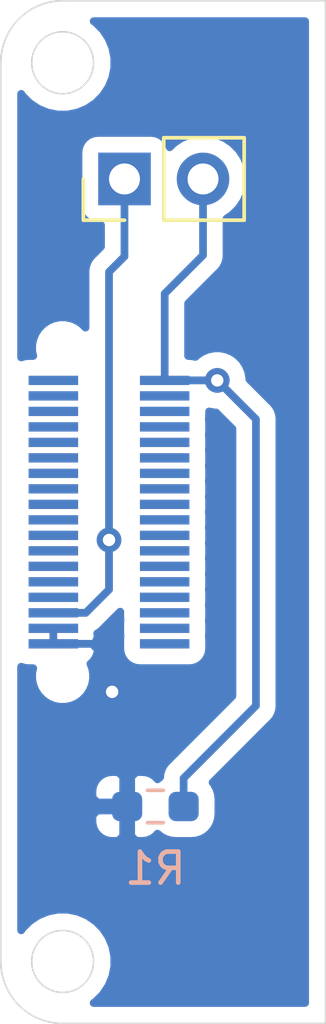
<source format=kicad_pcb>
(kicad_pcb (version 20171130) (host pcbnew "(5.1.10)-1")

  (general
    (thickness 1.6)
    (drawings 16)
    (tracks 27)
    (zones 0)
    (modules 4)
    (nets 68)
  )

  (page A4)
  (title_block
    (title "Movuino Shield Pressure")
    (date 2021-09-23)
    (rev 1.0)
    (company CRI)
    (comment 1 "Adrien Husson")
  )

  (layers
    (0 F.Cu signal hide)
    (31 B.Cu signal)
    (32 B.Adhes user hide)
    (33 F.Adhes user hide)
    (34 B.Paste user)
    (35 F.Paste user hide)
    (36 B.SilkS user)
    (37 F.SilkS user hide)
    (38 B.Mask user)
    (39 F.Mask user hide)
    (40 Dwgs.User user hide)
    (41 Cmts.User user hide)
    (42 Eco1.User user hide)
    (43 Eco2.User user hide)
    (44 Edge.Cuts user)
    (45 Margin user hide)
    (46 B.CrtYd user)
    (47 F.CrtYd user hide)
    (48 B.Fab user)
    (49 F.Fab user hide)
  )

  (setup
    (last_trace_width 0.25)
    (trace_clearance 0.2)
    (zone_clearance 0.508)
    (zone_45_only no)
    (trace_min 0.2)
    (via_size 0.8)
    (via_drill 0.4)
    (via_min_size 0.4)
    (via_min_drill 0.3)
    (uvia_size 0.3)
    (uvia_drill 0.1)
    (uvias_allowed no)
    (uvia_min_size 0.2)
    (uvia_min_drill 0.1)
    (edge_width 0.05)
    (segment_width 0.2)
    (pcb_text_width 0.3)
    (pcb_text_size 1.5 1.5)
    (mod_edge_width 0.12)
    (mod_text_size 1 1)
    (mod_text_width 0.15)
    (pad_size 0.3 1.6)
    (pad_drill 0)
    (pad_to_mask_clearance 0)
    (aux_axis_origin 0 0)
    (visible_elements 7FFFFFFF)
    (pcbplotparams
      (layerselection 0x010fc_ffffffff)
      (usegerberextensions false)
      (usegerberattributes true)
      (usegerberadvancedattributes true)
      (creategerberjobfile true)
      (excludeedgelayer true)
      (linewidth 0.100000)
      (plotframeref false)
      (viasonmask false)
      (mode 1)
      (useauxorigin false)
      (hpglpennumber 1)
      (hpglpenspeed 20)
      (hpglpendiameter 15.000000)
      (psnegative false)
      (psa4output false)
      (plotreference true)
      (plotvalue true)
      (plotinvisibletext false)
      (padsonsilk false)
      (subtractmaskfromsilk false)
      (outputformat 1)
      (mirror false)
      (drillshape 1)
      (scaleselection 1)
      (outputdirectory ""))
  )

  (net 0 "")
  (net 1 /ADC)
  (net 2 VCC)
  (net 3 GND)
  (net 4 "Net-(J3-Pad35)")
  (net 5 "Net-(J3-Pad2)")
  (net 6 "Net-(J3-Pad33)")
  (net 7 "Net-(J3-Pad31)")
  (net 8 "Net-(J3-Pad30)")
  (net 9 "Net-(J3-Pad29)")
  (net 10 "Net-(J3-Pad28)")
  (net 11 "Net-(J3-Pad27)")
  (net 12 "Net-(J3-Pad26)")
  (net 13 "Net-(J3-Pad25)")
  (net 14 "Net-(J3-Pad24)")
  (net 15 "Net-(J3-Pad23)")
  (net 16 "Net-(J3-Pad22)")
  (net 17 "Net-(J3-Pad21)")
  (net 18 "Net-(J3-Pad20)")
  (net 19 "Net-(J3-Pad19)")
  (net 20 "Net-(J3-Pad18)")
  (net 21 "Net-(J3-Pad17)")
  (net 22 "Net-(J3-Pad16)")
  (net 23 "Net-(J3-Pad15)")
  (net 24 "Net-(J3-Pad14)")
  (net 25 "Net-(J3-Pad13)")
  (net 26 "Net-(J3-Pad12)")
  (net 27 "Net-(J3-Pad11)")
  (net 28 "Net-(J3-Pad10)")
  (net 29 "Net-(J3-Pad9)")
  (net 30 "Net-(J3-Pad8)")
  (net 31 "Net-(J3-Pad7)")
  (net 32 "Net-(J3-Pad6)")
  (net 33 "Net-(J3-Pad5)")
  (net 34 "Net-(J3-Pad4)")
  (net 35 "Net-(J3-Pad3)")
  (net 36 "Net-(J1-Pad30)")
  (net 37 "Net-(J1-Pad29)")
  (net 38 "Net-(J1-Pad28)")
  (net 39 "Net-(J1-Pad27)")
  (net 40 "Net-(J1-Pad26)")
  (net 41 "Net-(J1-Pad25)")
  (net 42 "Net-(J1-Pad24)")
  (net 43 "Net-(J1-Pad23)")
  (net 44 "Net-(J1-Pad22)")
  (net 45 "Net-(J1-Pad21)")
  (net 46 "Net-(J1-Pad20)")
  (net 47 "Net-(J1-Pad19)")
  (net 48 "Net-(J1-Pad18)")
  (net 49 "Net-(J1-Pad17)")
  (net 50 "Net-(J1-Pad16)")
  (net 51 "Net-(J1-Pad15)")
  (net 52 "Net-(J1-Pad14)")
  (net 53 "Net-(J1-Pad13)")
  (net 54 "Net-(J1-Pad12)")
  (net 55 "Net-(J1-Pad11)")
  (net 56 "Net-(J1-Pad10)")
  (net 57 "Net-(J1-Pad9)")
  (net 58 "Net-(J1-Pad8)")
  (net 59 "Net-(J1-Pad7)")
  (net 60 "Net-(J1-Pad6)")
  (net 61 "Net-(J1-Pad5)")
  (net 62 "Net-(J1-Pad4)")
  (net 63 "Net-(J1-Pad3)")
  (net 64 "Net-(J1-Pad1)")
  (net 65 "Net-(J1-Pad36)")
  (net 66 "Net-(J1-Pad34)")
  (net 67 "Net-(J1-Pad32)")

  (net_class Default "This is the default net class."
    (clearance 0.2)
    (trace_width 0.25)
    (via_dia 0.8)
    (via_drill 0.4)
    (uvia_dia 0.3)
    (uvia_drill 0.1)
    (add_net /ADC)
    (add_net GND)
    (add_net "Net-(J1-Pad1)")
    (add_net "Net-(J1-Pad10)")
    (add_net "Net-(J1-Pad11)")
    (add_net "Net-(J1-Pad12)")
    (add_net "Net-(J1-Pad13)")
    (add_net "Net-(J1-Pad14)")
    (add_net "Net-(J1-Pad15)")
    (add_net "Net-(J1-Pad16)")
    (add_net "Net-(J1-Pad17)")
    (add_net "Net-(J1-Pad18)")
    (add_net "Net-(J1-Pad19)")
    (add_net "Net-(J1-Pad20)")
    (add_net "Net-(J1-Pad21)")
    (add_net "Net-(J1-Pad22)")
    (add_net "Net-(J1-Pad23)")
    (add_net "Net-(J1-Pad24)")
    (add_net "Net-(J1-Pad25)")
    (add_net "Net-(J1-Pad26)")
    (add_net "Net-(J1-Pad27)")
    (add_net "Net-(J1-Pad28)")
    (add_net "Net-(J1-Pad29)")
    (add_net "Net-(J1-Pad3)")
    (add_net "Net-(J1-Pad30)")
    (add_net "Net-(J1-Pad32)")
    (add_net "Net-(J1-Pad34)")
    (add_net "Net-(J1-Pad36)")
    (add_net "Net-(J1-Pad4)")
    (add_net "Net-(J1-Pad5)")
    (add_net "Net-(J1-Pad6)")
    (add_net "Net-(J1-Pad7)")
    (add_net "Net-(J1-Pad8)")
    (add_net "Net-(J1-Pad9)")
    (add_net "Net-(J3-Pad10)")
    (add_net "Net-(J3-Pad11)")
    (add_net "Net-(J3-Pad12)")
    (add_net "Net-(J3-Pad13)")
    (add_net "Net-(J3-Pad14)")
    (add_net "Net-(J3-Pad15)")
    (add_net "Net-(J3-Pad16)")
    (add_net "Net-(J3-Pad17)")
    (add_net "Net-(J3-Pad18)")
    (add_net "Net-(J3-Pad19)")
    (add_net "Net-(J3-Pad2)")
    (add_net "Net-(J3-Pad20)")
    (add_net "Net-(J3-Pad21)")
    (add_net "Net-(J3-Pad22)")
    (add_net "Net-(J3-Pad23)")
    (add_net "Net-(J3-Pad24)")
    (add_net "Net-(J3-Pad25)")
    (add_net "Net-(J3-Pad26)")
    (add_net "Net-(J3-Pad27)")
    (add_net "Net-(J3-Pad28)")
    (add_net "Net-(J3-Pad29)")
    (add_net "Net-(J3-Pad3)")
    (add_net "Net-(J3-Pad30)")
    (add_net "Net-(J3-Pad31)")
    (add_net "Net-(J3-Pad33)")
    (add_net "Net-(J3-Pad35)")
    (add_net "Net-(J3-Pad4)")
    (add_net "Net-(J3-Pad5)")
    (add_net "Net-(J3-Pad6)")
    (add_net "Net-(J3-Pad7)")
    (add_net "Net-(J3-Pad8)")
    (add_net "Net-(J3-Pad9)")
    (add_net VCC)
  )

  (module Resistor_SMD:R_0603_1608Metric_Pad0.98x0.95mm_HandSolder (layer B.Cu) (tedit 5F68FEEE) (tstamp 615F1B55)
    (at 105 56 180)
    (descr "Resistor SMD 0603 (1608 Metric), square (rectangular) end terminal, IPC_7351 nominal with elongated pad for handsoldering. (Body size source: IPC-SM-782 page 72, https://www.pcb-3d.com/wordpress/wp-content/uploads/ipc-sm-782a_amendment_1_and_2.pdf), generated with kicad-footprint-generator")
    (tags "resistor handsolder")
    (path /614C81DE)
    (attr smd)
    (fp_text reference R1 (at 0 -2) (layer B.SilkS)
      (effects (font (size 1 1) (thickness 0.15)) (justify mirror))
    )
    (fp_text value "330 Ohm" (at -0.25 1.75) (layer B.Fab)
      (effects (font (size 1 1) (thickness 0.15)) (justify mirror))
    )
    (fp_line (start -0.8 -0.4125) (end -0.8 0.4125) (layer B.Fab) (width 0.1))
    (fp_line (start -0.8 0.4125) (end 0.8 0.4125) (layer B.Fab) (width 0.1))
    (fp_line (start 0.8 0.4125) (end 0.8 -0.4125) (layer B.Fab) (width 0.1))
    (fp_line (start 0.8 -0.4125) (end -0.8 -0.4125) (layer B.Fab) (width 0.1))
    (fp_line (start -0.254724 0.5225) (end 0.254724 0.5225) (layer B.SilkS) (width 0.12))
    (fp_line (start -0.254724 -0.5225) (end 0.254724 -0.5225) (layer B.SilkS) (width 0.12))
    (fp_line (start -1.65 -0.73) (end -1.65 0.73) (layer B.CrtYd) (width 0.05))
    (fp_line (start -1.65 0.73) (end 1.65 0.73) (layer B.CrtYd) (width 0.05))
    (fp_line (start 1.65 0.73) (end 1.65 -0.73) (layer B.CrtYd) (width 0.05))
    (fp_line (start 1.65 -0.73) (end -1.65 -0.73) (layer B.CrtYd) (width 0.05))
    (fp_text user %R (at 0 0 180) (layer B.Fab)
      (effects (font (size 0.4 0.4) (thickness 0.06)) (justify mirror))
    )
    (pad 1 smd roundrect (at -0.9125 0 180) (size 0.975 0.95) (layers B.Cu B.Paste B.Mask) (roundrect_rratio 0.25)
      (net 1 /ADC))
    (pad 2 smd roundrect (at 0.9125 0 180) (size 0.975 0.95) (layers B.Cu B.Paste B.Mask) (roundrect_rratio 0.25)
      (net 3 GND))
    (model ${KISYS3DMOD}/Resistor_SMD.3dshapes/R_0603_1608Metric.wrl
      (at (xyz 0 0 0))
      (scale (xyz 1 1 1))
      (rotate (xyz 0 0 0))
    )
  )

  (module Connector_PinHeader_2.54mm:PinHeader_1x02_P2.54mm_Vertical (layer F.Cu) (tedit 59FED5CC) (tstamp 615F35B4)
    (at 104 35.75 90)
    (descr "Through hole straight pin header, 1x02, 2.54mm pitch, single row")
    (tags "Through hole pin header THT 1x02 2.54mm single row")
    (path /614CAC26)
    (fp_text reference J2 (at -4.25 -16 90) (layer F.SilkS) hide
      (effects (font (size 1 1) (thickness 0.15)))
    )
    (fp_text value Rext (at 2.75 1.5 180) (layer F.Fab)
      (effects (font (size 1 1) (thickness 0.15)))
    )
    (fp_line (start -0.635 -1.27) (end 1.27 -1.27) (layer F.Fab) (width 0.1))
    (fp_line (start 1.27 -1.27) (end 1.27 3.81) (layer F.Fab) (width 0.1))
    (fp_line (start 1.27 3.81) (end -1.27 3.81) (layer F.Fab) (width 0.1))
    (fp_line (start -1.27 3.81) (end -1.27 -0.635) (layer F.Fab) (width 0.1))
    (fp_line (start -1.27 -0.635) (end -0.635 -1.27) (layer F.Fab) (width 0.1))
    (fp_line (start -1.33 3.87) (end 1.33 3.87) (layer F.SilkS) (width 0.12))
    (fp_line (start -1.33 1.27) (end -1.33 3.87) (layer F.SilkS) (width 0.12))
    (fp_line (start 1.33 1.27) (end 1.33 3.87) (layer F.SilkS) (width 0.12))
    (fp_line (start -1.33 1.27) (end 1.33 1.27) (layer F.SilkS) (width 0.12))
    (fp_line (start -1.33 0) (end -1.33 -1.33) (layer F.SilkS) (width 0.12))
    (fp_line (start -1.33 -1.33) (end 0 -1.33) (layer F.SilkS) (width 0.12))
    (fp_line (start -1.8 -1.8) (end -1.8 4.35) (layer F.CrtYd) (width 0.05))
    (fp_line (start -1.8 4.35) (end 1.8 4.35) (layer F.CrtYd) (width 0.05))
    (fp_line (start 1.8 4.35) (end 1.8 -1.8) (layer F.CrtYd) (width 0.05))
    (fp_line (start 1.8 -1.8) (end -1.8 -1.8) (layer F.CrtYd) (width 0.05))
    (fp_text user %R (at -3.25 1.27) (layer F.Fab) hide
      (effects (font (size 1 1) (thickness 0.15)))
    )
    (pad 1 thru_hole rect (at 0 0 90) (size 1.7 1.7) (drill 1) (layers *.Cu *.Mask)
      (net 2 VCC))
    (pad 2 thru_hole oval (at 0 2.54 90) (size 1.7 1.7) (drill 1) (layers *.Cu *.Mask)
      (net 1 /ADC))
    (model ${KISYS3DMOD}/Connector_PinHeader_2.54mm.3dshapes/PinHeader_1x02_P2.54mm_Vertical.wrl
      (at (xyz 0 0 0))
      (scale (xyz 1 1 1))
      (rotate (xyz 0 0 0))
    )
  )

  (module MovuinoESP8266:DF12-36-DP-NL (layer B.Cu) (tedit 0) (tstamp 619EB42D)
    (at 103.5 46.5 270)
    (descr "Hirose DF12 Pattern with metal fitting, 32 positions")
    (path /615F0003)
    (fp_text reference J3 (at 0 0 90) (layer B.SilkS) hide
      (effects (font (size 0.60325 0.60325) (thickness 0.0508)) (justify right top mirror))
    )
    (fp_text value DF12-36NOLEGS-MALE (at 5.5 15.5 90) (layer B.SilkS) hide
      (effects (font (size 1.27 1.27) (thickness 0.15)) (justify right top mirror))
    )
    (fp_circle (center -5.9164 -2.413) (end -5.7894 -2.413) (layer B.Fab) (width 0.127))
    (fp_line (start 6.2319 -2.8037) (end -6.242 -2.791) (layer Dwgs.User) (width 0.2))
    (fp_line (start -6.242 -2.791) (end -6.242 2.7352) (layer Dwgs.User) (width 0.2))
    (fp_line (start -5.392 -1.4) (end -5.392 1.2845) (layer B.Fab) (width 0.2032))
    (fp_line (start 5.3488 1.2972) (end 5.3488 -1.3975) (layer B.Fab) (width 0.2032))
    (fp_line (start 6.2319 2.7225) (end 6.2319 -2.8037) (layer Dwgs.User) (width 0.2))
    (fp_line (start -6.242 2.7352) (end 6.2319 2.7225) (layer Dwgs.User) (width 0.2))
    (fp_poly (pts (xy -0.1463 1.1176) (xy -0.1463 2.3876) (xy -0.3495 2.3876) (xy -0.3495 1.1176)) (layer B.Fab) (width 0))
    (fp_poly (pts (xy -0.6467 -2.5019) (xy -0.6467 -1.2319) (xy -0.8499 -1.2319) (xy -0.8499 -2.5019)) (layer B.Fab) (width 0))
    (fp_poly (pts (xy -0.6492 1.1201) (xy -0.6492 2.3901) (xy -0.8524 2.3901) (xy -0.8524 1.1201)) (layer B.Fab) (width 0))
    (fp_poly (pts (xy 0.3515 1.1099) (xy 0.3515 2.3799) (xy 0.1483 2.3799) (xy 0.1483 1.1099)) (layer B.Fab) (width 0))
    (fp_poly (pts (xy 0.8519 1.1125) (xy 0.8519 2.3825) (xy 0.6487 2.3825) (xy 0.6487 1.1125)) (layer B.Fab) (width 0))
    (fp_poly (pts (xy 1.3497 1.1049) (xy 1.3497 2.3749) (xy 1.1465 2.3749) (xy 1.1465 1.1049)) (layer B.Fab) (width 0))
    (fp_poly (pts (xy 1.8526 1.1049) (xy 1.8526 2.3749) (xy 1.6494 2.3749) (xy 1.6494 1.1049)) (layer B.Fab) (width 0))
    (fp_poly (pts (xy 2.353 1.1049) (xy 2.353 2.3749) (xy 2.1498 2.3749) (xy 2.1498 1.1049)) (layer B.Fab) (width 0))
    (fp_poly (pts (xy 2.8508 1.1075) (xy 2.8508 2.3775) (xy 2.6476 2.3775) (xy 2.6476 1.1075)) (layer B.Fab) (width 0))
    (fp_poly (pts (xy 3.3538 1.1024) (xy 3.3538 2.3724) (xy 3.1506 2.3724) (xy 3.1506 1.1024)) (layer B.Fab) (width 0))
    (fp_poly (pts (xy 3.8541 1.1049) (xy 3.8541 2.3749) (xy 3.6509 2.3749) (xy 3.6509 1.1049)) (layer B.Fab) (width 0))
    (fp_poly (pts (xy -1.1445 1.1201) (xy -1.1445 2.3901) (xy -1.3477 2.3901) (xy -1.3477 1.1201)) (layer B.Fab) (width 0))
    (fp_poly (pts (xy -1.6449 1.1201) (xy -1.6449 2.3901) (xy -1.8481 2.3901) (xy -1.8481 1.1201)) (layer B.Fab) (width 0))
    (fp_poly (pts (xy -2.1478 1.1201) (xy -2.1478 2.3901) (xy -2.351 2.3901) (xy -2.351 1.1201)) (layer B.Fab) (width 0))
    (fp_poly (pts (xy -2.6482 1.1176) (xy -2.6482 2.3876) (xy -2.8514 2.3876) (xy -2.8514 1.1176)) (layer B.Fab) (width 0))
    (fp_poly (pts (xy -3.146 1.1201) (xy -3.146 2.3901) (xy -3.3492 2.3901) (xy -3.3492 1.1201)) (layer B.Fab) (width 0))
    (fp_poly (pts (xy -3.6489 1.1201) (xy -3.6489 2.3901) (xy -3.8521 2.3901) (xy -3.8521 1.1201)) (layer B.Fab) (width 0))
    (fp_poly (pts (xy -0.1438 -2.5019) (xy -0.1438 -1.2319) (xy -0.347 -1.2319) (xy -0.347 -2.5019)) (layer B.Fab) (width 0))
    (fp_poly (pts (xy 0.3515 -2.5044) (xy 0.3515 -1.2344) (xy 0.1483 -1.2344) (xy 0.1483 -2.5044)) (layer B.Fab) (width 0))
    (fp_poly (pts (xy 0.8544 -2.5044) (xy 0.8544 -1.2344) (xy 0.6512 -1.2344) (xy 0.6512 -2.5044)) (layer B.Fab) (width 0))
    (fp_poly (pts (xy 1.3522 -2.5094) (xy 1.3522 -1.2394) (xy 1.149 -1.2394) (xy 1.149 -2.5094)) (layer B.Fab) (width 0))
    (fp_poly (pts (xy 1.8526 -2.5094) (xy 1.8526 -1.2394) (xy 1.6494 -1.2394) (xy 1.6494 -2.5094)) (layer B.Fab) (width 0))
    (fp_poly (pts (xy 2.3556 -2.5069) (xy 2.3556 -1.2369) (xy 2.1524 -1.2369) (xy 2.1524 -2.5069)) (layer B.Fab) (width 0))
    (fp_poly (pts (xy 2.8559 -2.5069) (xy 2.8559 -1.2369) (xy 2.6527 -1.2369) (xy 2.6527 -2.5069)) (layer B.Fab) (width 0))
    (fp_poly (pts (xy 3.3563 -2.5069) (xy 3.3563 -1.2369) (xy 3.1531 -1.2369) (xy 3.1531 -2.5069)) (layer B.Fab) (width 0))
    (fp_poly (pts (xy 3.8567 -2.5094) (xy 3.8567 -1.2394) (xy 3.6535 -1.2394) (xy 3.6535 -2.5094)) (layer B.Fab) (width 0))
    (fp_poly (pts (xy -1.147 -2.4993) (xy -1.147 -1.2293) (xy -1.3502 -1.2293) (xy -1.3502 -2.4993)) (layer B.Fab) (width 0))
    (fp_poly (pts (xy -1.6474 -2.4993) (xy -1.6474 -1.2293) (xy -1.8506 -1.2293) (xy -1.8506 -2.4993)) (layer B.Fab) (width 0))
    (fp_poly (pts (xy -2.1453 -2.4993) (xy -2.1453 -1.2293) (xy -2.3485 -1.2293) (xy -2.3485 -2.4993)) (layer B.Fab) (width 0))
    (fp_poly (pts (xy -2.6431 -2.4993) (xy -2.6431 -1.2293) (xy -2.8463 -1.2293) (xy -2.8463 -2.4993)) (layer B.Fab) (width 0))
    (fp_poly (pts (xy -3.1486 -2.4993) (xy -3.1486 -1.2293) (xy -3.3518 -1.2293) (xy -3.3518 -2.4993)) (layer B.Fab) (width 0))
    (fp_poly (pts (xy -3.6489 -2.4993) (xy -3.6489 -1.2293) (xy -3.8521 -1.2293) (xy -3.8521 -2.4993)) (layer B.Fab) (width 0))
    (fp_poly (pts (xy -3.8622 -2.5034) (xy -3.6422 -2.5034) (xy -3.6422 -1.2034) (xy -3.8622 -1.2034)) (layer B.Paste) (width 0))
    (fp_poly (pts (xy -3.8622 1.2066) (xy -3.6422 1.2066) (xy -3.6422 2.5066) (xy -3.8622 2.5066)) (layer B.Paste) (width 0))
    (fp_poly (pts (xy -3.3622 1.2066) (xy -3.1422 1.2066) (xy -3.1422 2.5066) (xy -3.3622 2.5066)) (layer B.Paste) (width 0))
    (fp_poly (pts (xy -2.8622 1.2066) (xy -2.6422 1.2066) (xy -2.6422 2.5066) (xy -2.8622 2.5066)) (layer B.Paste) (width 0))
    (fp_poly (pts (xy -2.3622 1.2066) (xy -2.1422 1.2066) (xy -2.1422 2.5066) (xy -2.3622 2.5066)) (layer B.Paste) (width 0))
    (fp_poly (pts (xy -1.8622 1.2066) (xy -1.6422 1.2066) (xy -1.6422 2.5066) (xy -1.8622 2.5066)) (layer B.Paste) (width 0))
    (fp_poly (pts (xy -1.3622 1.2066) (xy -1.1422 1.2066) (xy -1.1422 2.5066) (xy -1.3622 2.5066)) (layer B.Paste) (width 0))
    (fp_poly (pts (xy -0.8622 1.2066) (xy -0.6422 1.2066) (xy -0.6422 2.5066) (xy -0.8622 2.5066)) (layer B.Paste) (width 0))
    (fp_poly (pts (xy -0.3622 1.2066) (xy -0.1422 1.2066) (xy -0.1422 2.5066) (xy -0.3622 2.5066)) (layer B.Paste) (width 0))
    (fp_poly (pts (xy 0.1378 1.2066) (xy 0.3578 1.2066) (xy 0.3578 2.5066) (xy 0.1378 2.5066)) (layer B.Paste) (width 0))
    (fp_poly (pts (xy 0.6378 1.2066) (xy 0.8578 1.2066) (xy 0.8578 2.5066) (xy 0.6378 2.5066)) (layer B.Paste) (width 0))
    (fp_poly (pts (xy 1.1378 1.2066) (xy 1.3578 1.2066) (xy 1.3578 2.5066) (xy 1.1378 2.5066)) (layer B.Paste) (width 0))
    (fp_poly (pts (xy 1.6378 1.2066) (xy 1.8578 1.2066) (xy 1.8578 2.5066) (xy 1.6378 2.5066)) (layer B.Paste) (width 0))
    (fp_poly (pts (xy 2.1378 1.2066) (xy 2.3578 1.2066) (xy 2.3578 2.5066) (xy 2.1378 2.5066)) (layer B.Paste) (width 0))
    (fp_poly (pts (xy 2.6378 1.2066) (xy 2.8578 1.2066) (xy 2.8578 2.5066) (xy 2.6378 2.5066)) (layer B.Paste) (width 0))
    (fp_poly (pts (xy 3.1478 1.2066) (xy 3.3678 1.2066) (xy 3.3678 2.5066) (xy 3.1478 2.5066)) (layer B.Paste) (width 0))
    (fp_poly (pts (xy 3.6378 1.2066) (xy 3.8578 1.2066) (xy 3.8578 2.5066) (xy 3.6378 2.5066)) (layer B.Paste) (width 0))
    (fp_poly (pts (xy -3.3622 -2.5034) (xy -3.1422 -2.5034) (xy -3.1422 -1.2034) (xy -3.3622 -1.2034)) (layer B.Paste) (width 0))
    (fp_poly (pts (xy -2.8622 -2.5034) (xy -2.6422 -2.5034) (xy -2.6422 -1.2034) (xy -2.8622 -1.2034)) (layer B.Paste) (width 0))
    (fp_poly (pts (xy -2.3622 -2.5034) (xy -2.1422 -2.5034) (xy -2.1422 -1.2034) (xy -2.3622 -1.2034)) (layer B.Paste) (width 0))
    (fp_poly (pts (xy -1.8622 -2.5034) (xy -1.6422 -2.5034) (xy -1.6422 -1.2034) (xy -1.8622 -1.2034)) (layer B.Paste) (width 0))
    (fp_poly (pts (xy -1.3622 -2.5034) (xy -1.1422 -2.5034) (xy -1.1422 -1.2034) (xy -1.3622 -1.2034)) (layer B.Paste) (width 0))
    (fp_poly (pts (xy -0.8622 -2.5034) (xy -0.6422 -2.5034) (xy -0.6422 -1.2034) (xy -0.8622 -1.2034)) (layer B.Paste) (width 0))
    (fp_poly (pts (xy -0.3622 -2.5034) (xy -0.1422 -2.5034) (xy -0.1422 -1.2034) (xy -0.3622 -1.2034)) (layer B.Paste) (width 0))
    (fp_poly (pts (xy 0.1378 -2.5034) (xy 0.3578 -2.5034) (xy 0.3578 -1.2034) (xy 0.1378 -1.2034)) (layer B.Paste) (width 0))
    (fp_poly (pts (xy 0.6478 -2.5034) (xy 0.8678 -2.5034) (xy 0.8678 -1.2034) (xy 0.6478 -1.2034)) (layer B.Paste) (width 0))
    (fp_poly (pts (xy 1.1378 -2.5034) (xy 1.3578 -2.5034) (xy 1.3578 -1.2034) (xy 1.1378 -1.2034)) (layer B.Paste) (width 0))
    (fp_poly (pts (xy 1.6378 -2.5034) (xy 1.8578 -2.5034) (xy 1.8578 -1.2034) (xy 1.6378 -1.2034)) (layer B.Paste) (width 0))
    (fp_poly (pts (xy 2.1378 -2.5034) (xy 2.3578 -2.5034) (xy 2.3578 -1.2034) (xy 2.1378 -1.2034)) (layer B.Paste) (width 0))
    (fp_poly (pts (xy 2.6378 -2.5034) (xy 2.8578 -2.5034) (xy 2.8578 -1.2034) (xy 2.6378 -1.2034)) (layer B.Paste) (width 0))
    (fp_poly (pts (xy 3.1378 -2.5034) (xy 3.3578 -2.5034) (xy 3.3578 -1.2034) (xy 3.1378 -1.2034)) (layer B.Paste) (width 0))
    (fp_poly (pts (xy 3.6378 -2.5034) (xy 3.8578 -2.5034) (xy 3.8578 -1.2034) (xy 3.6378 -1.2034)) (layer B.Paste) (width 0))
    (fp_poly (pts (xy 4.3541 1.1049) (xy 4.3541 2.3749) (xy 4.1509 2.3749) (xy 4.1509 1.1049)) (layer B.Fab) (width 0))
    (fp_poly (pts (xy 4.1378 1.2066) (xy 4.3578 1.2066) (xy 4.3578 2.5066) (xy 4.1378 2.5066)) (layer B.Paste) (width 0))
    (fp_poly (pts (xy 4.3567 -2.5094) (xy 4.3567 -1.2394) (xy 4.1535 -1.2394) (xy 4.1535 -2.5094)) (layer B.Fab) (width 0))
    (fp_poly (pts (xy 4.1378 -2.5034) (xy 4.3578 -2.5034) (xy 4.3578 -1.2034) (xy 4.1378 -1.2034)) (layer B.Paste) (width 0))
    (fp_poly (pts (xy -4.1489 1.1201) (xy -4.1489 2.3901) (xy -4.3521 2.3901) (xy -4.3521 1.1201)) (layer B.Fab) (width 0))
    (fp_poly (pts (xy -4.3622 1.2066) (xy -4.1422 1.2066) (xy -4.1422 2.5066) (xy -4.3622 2.5066)) (layer B.Paste) (width 0))
    (fp_poly (pts (xy -4.1489 -2.4993) (xy -4.1489 -1.2293) (xy -4.3521 -1.2293) (xy -4.3521 -2.4993)) (layer B.Fab) (width 0))
    (fp_poly (pts (xy -4.3622 -2.5034) (xy -4.1422 -2.5034) (xy -4.1422 -1.2034) (xy -4.3622 -1.2034)) (layer B.Paste) (width 0))
    (fp_line (start -4.7 1.308) (end -5.3845 1.308) (layer B.Fab) (width 0.2032))
    (fp_line (start 5.3 1.308) (end 4.6155 1.308) (layer B.Fab) (width 0.2032))
    (fp_line (start -4.7 -1.4) (end -5.3845 -1.4) (layer B.Fab) (width 0.2032))
    (fp_line (start 5.3 -1.392) (end 4.6155 -1.392) (layer B.Fab) (width 0.2032))
    (pad "" np_thru_hole circle (at 5.3 1.5 270) (size 0.7 0.7) (drill 0.7) (layers *.Cu *.Mask))
    (pad "" np_thru_hole circle (at -5.3 1.5 270) (size 0.7 0.7) (drill 0.7) (layers *.Cu *.Mask))
    (pad 35 smd rect (at 4.25 -1.8001 270) (size 0.3 1.6) (layers B.Cu B.Mask)
      (net 4 "Net-(J3-Pad35)") (solder_mask_margin 0.1016))
    (pad 1 smd rect (at -4.25 -1.8001 270) (size 0.3 1.6) (layers B.Cu B.Mask)
      (net 1 /ADC) (solder_mask_margin 0.1016))
    (pad 2 smd rect (at -4.25 1.8001 270) (size 0.3 1.6) (layers B.Cu B.Mask)
      (net 5 "Net-(J3-Pad2)") (solder_mask_margin 0.1016))
    (pad 36 smd rect (at 4.25 1.8001 270) (size 0.3 1.6) (layers B.Cu B.Mask)
      (net 3 GND) (solder_mask_margin 0.1016))
    (pad 34 smd rect (at 3.75 1.8001 270) (size 0.3 1.6) (layers B.Cu B.Mask)
      (net 3 GND) (solder_mask_margin 0.1016))
    (pad 33 smd rect (at 3.75 -1.8001 270) (size 0.3 1.6) (layers B.Cu B.Mask)
      (net 6 "Net-(J3-Pad33)") (solder_mask_margin 0.1016))
    (pad 32 smd rect (at 3.25 1.8001 270) (size 0.3 1.6) (layers B.Cu B.Mask)
      (net 2 VCC) (solder_mask_margin 0.1016))
    (pad 31 smd rect (at 3.25 -1.8001 270) (size 0.3 1.6) (layers B.Cu B.Mask)
      (net 7 "Net-(J3-Pad31)") (solder_mask_margin 0.1016))
    (pad 30 smd rect (at 2.75 1.8001 270) (size 0.3 1.6) (layers B.Cu B.Mask)
      (net 8 "Net-(J3-Pad30)") (solder_mask_margin 0.1016))
    (pad 29 smd rect (at 2.75 -1.8001 270) (size 0.3 1.6) (layers B.Cu B.Mask)
      (net 9 "Net-(J3-Pad29)") (solder_mask_margin 0.1016))
    (pad 28 smd rect (at 2.25 1.8001 270) (size 0.3 1.6) (layers B.Cu B.Mask)
      (net 10 "Net-(J3-Pad28)") (solder_mask_margin 0.1016))
    (pad 27 smd rect (at 2.25 -1.8001 270) (size 0.3 1.6) (layers B.Cu B.Mask)
      (net 11 "Net-(J3-Pad27)") (solder_mask_margin 0.1016))
    (pad 26 smd rect (at 1.75 1.8001 270) (size 0.3 1.6) (layers B.Cu B.Mask)
      (net 12 "Net-(J3-Pad26)") (solder_mask_margin 0.1016))
    (pad 25 smd rect (at 1.75 -1.8001 270) (size 0.3 1.6) (layers B.Cu B.Mask)
      (net 13 "Net-(J3-Pad25)") (solder_mask_margin 0.1016))
    (pad 24 smd rect (at 1.25 1.8001 270) (size 0.3 1.6) (layers B.Cu B.Mask)
      (net 14 "Net-(J3-Pad24)") (solder_mask_margin 0.1016))
    (pad 23 smd rect (at 1.25 -1.8001 270) (size 0.3 1.6) (layers B.Cu B.Mask)
      (net 15 "Net-(J3-Pad23)") (solder_mask_margin 0.1016))
    (pad 22 smd rect (at 0.75 1.8001 270) (size 0.3 1.6) (layers B.Cu B.Mask)
      (net 16 "Net-(J3-Pad22)") (solder_mask_margin 0.1016))
    (pad 21 smd rect (at 0.75 -1.8001 270) (size 0.3 1.6) (layers B.Cu B.Mask)
      (net 17 "Net-(J3-Pad21)") (solder_mask_margin 0.1016))
    (pad 20 smd rect (at 0.25 1.8001 270) (size 0.3 1.6) (layers B.Cu B.Mask)
      (net 18 "Net-(J3-Pad20)") (solder_mask_margin 0.1016))
    (pad 19 smd rect (at 0.25 -1.8001 270) (size 0.3 1.6) (layers B.Cu B.Mask)
      (net 19 "Net-(J3-Pad19)") (solder_mask_margin 0.1016))
    (pad 18 smd rect (at -0.25 1.8001 270) (size 0.3 1.6) (layers B.Cu B.Mask)
      (net 20 "Net-(J3-Pad18)") (solder_mask_margin 0.1016))
    (pad 17 smd rect (at -0.25 -1.8001 270) (size 0.3 1.6) (layers B.Cu B.Mask)
      (net 21 "Net-(J3-Pad17)") (solder_mask_margin 0.1016))
    (pad 16 smd rect (at -0.75 1.8001 270) (size 0.3 1.6) (layers B.Cu B.Mask)
      (net 22 "Net-(J3-Pad16)") (solder_mask_margin 0.1016))
    (pad 15 smd rect (at -0.75 -1.8001 270) (size 0.3 1.6) (layers B.Cu B.Mask)
      (net 23 "Net-(J3-Pad15)") (solder_mask_margin 0.1016))
    (pad 14 smd rect (at -1.25 1.8001 270) (size 0.3 1.6) (layers B.Cu B.Mask)
      (net 24 "Net-(J3-Pad14)") (solder_mask_margin 0.1016))
    (pad 13 smd rect (at -1.25 -1.8001 270) (size 0.3 1.6) (layers B.Cu B.Mask)
      (net 25 "Net-(J3-Pad13)") (solder_mask_margin 0.1016))
    (pad 12 smd rect (at -1.75 1.8001 270) (size 0.3 1.6) (layers B.Cu B.Mask)
      (net 26 "Net-(J3-Pad12)") (solder_mask_margin 0.1016))
    (pad 11 smd rect (at -1.75 -1.8001 270) (size 0.3 1.6) (layers B.Cu B.Mask)
      (net 27 "Net-(J3-Pad11)") (solder_mask_margin 0.1016))
    (pad 10 smd rect (at -2.25 1.8001 270) (size 0.3 1.6) (layers B.Cu B.Mask)
      (net 28 "Net-(J3-Pad10)") (solder_mask_margin 0.1016))
    (pad 9 smd rect (at -2.25 -1.8001 270) (size 0.3 1.6) (layers B.Cu B.Mask)
      (net 29 "Net-(J3-Pad9)") (solder_mask_margin 0.1016))
    (pad 8 smd rect (at -2.75 1.8001 270) (size 0.3 1.6) (layers B.Cu B.Mask)
      (net 30 "Net-(J3-Pad8)") (solder_mask_margin 0.1016))
    (pad 7 smd rect (at -2.75 -1.8001 270) (size 0.3 1.6) (layers B.Cu B.Mask)
      (net 31 "Net-(J3-Pad7)") (solder_mask_margin 0.1016))
    (pad 6 smd rect (at -3.25 1.8001 270) (size 0.3 1.6) (layers B.Cu B.Mask)
      (net 32 "Net-(J3-Pad6)") (solder_mask_margin 0.1016))
    (pad 5 smd rect (at -3.25 -1.8001 270) (size 0.3 1.6) (layers B.Cu B.Mask)
      (net 33 "Net-(J3-Pad5)") (solder_mask_margin 0.1016))
    (pad 4 smd rect (at -3.75 1.8001 270) (size 0.3 1.6) (layers B.Cu B.Mask)
      (net 34 "Net-(J3-Pad4)") (solder_mask_margin 0.1016))
    (pad 3 smd rect (at -3.75 -1.8001 270) (size 0.3 1.6) (layers B.Cu B.Mask)
      (net 35 "Net-(J3-Pad3)") (solder_mask_margin 0.1016))
  )

  (module MovuinoESP8266:DF12-36-DP-NL-noPad (layer F.Cu) (tedit 619E8F55) (tstamp 619F1406)
    (at 103.5 46.5 270)
    (descr "Hirose DF12 Pattern with metal fitting, 32 positions")
    (path /61A045A3)
    (fp_text reference J1 (at 0 0 90) (layer F.SilkS) hide
      (effects (font (size 0.60325 0.60325) (thickness 0.0508)) (justify left top))
    )
    (fp_text value DF12-36NOLEGS-FEMALE (at 9.5 19.5 90) (layer F.SilkS) hide
      (effects (font (size 1.27 1.27) (thickness 0.15)) (justify left top))
    )
    (fp_circle (center -5.9164 2.413) (end -5.7894 2.413) (layer F.Fab) (width 0.127))
    (fp_line (start 6.2319 2.8037) (end -6.242 2.791) (layer Dwgs.User) (width 0.2))
    (fp_line (start -6.242 2.791) (end -6.242 -2.7352) (layer Dwgs.User) (width 0.2))
    (fp_line (start -5.392 1.4) (end -5.392 -1.2845) (layer F.Fab) (width 0.2032))
    (fp_line (start 5.3488 -1.2972) (end 5.3488 1.3975) (layer F.Fab) (width 0.2032))
    (fp_line (start 6.2319 -2.7225) (end 6.2319 2.8037) (layer Dwgs.User) (width 0.2))
    (fp_line (start -6.242 -2.7352) (end 6.2319 -2.7225) (layer Dwgs.User) (width 0.2))
    (fp_poly (pts (xy -0.1463 -1.1176) (xy -0.1463 -2.3876) (xy -0.3495 -2.3876) (xy -0.3495 -1.1176)) (layer F.Fab) (width 0))
    (fp_poly (pts (xy -0.6467 2.5019) (xy -0.6467 1.2319) (xy -0.8499 1.2319) (xy -0.8499 2.5019)) (layer F.Fab) (width 0))
    (fp_poly (pts (xy -0.6492 -1.1201) (xy -0.6492 -2.3901) (xy -0.8524 -2.3901) (xy -0.8524 -1.1201)) (layer F.Fab) (width 0))
    (fp_poly (pts (xy 0.3515 -1.1099) (xy 0.3515 -2.3799) (xy 0.1483 -2.3799) (xy 0.1483 -1.1099)) (layer F.Fab) (width 0))
    (fp_poly (pts (xy 0.8519 -1.1125) (xy 0.8519 -2.3825) (xy 0.6487 -2.3825) (xy 0.6487 -1.1125)) (layer F.Fab) (width 0))
    (fp_poly (pts (xy 1.3497 -1.1049) (xy 1.3497 -2.3749) (xy 1.1465 -2.3749) (xy 1.1465 -1.1049)) (layer F.Fab) (width 0))
    (fp_poly (pts (xy 1.8526 -1.1049) (xy 1.8526 -2.3749) (xy 1.6494 -2.3749) (xy 1.6494 -1.1049)) (layer F.Fab) (width 0))
    (fp_poly (pts (xy 2.353 -1.1049) (xy 2.353 -2.3749) (xy 2.1498 -2.3749) (xy 2.1498 -1.1049)) (layer F.Fab) (width 0))
    (fp_poly (pts (xy 2.8508 -1.1075) (xy 2.8508 -2.3775) (xy 2.6476 -2.3775) (xy 2.6476 -1.1075)) (layer F.Fab) (width 0))
    (fp_poly (pts (xy 3.3538 -1.1024) (xy 3.3538 -2.3724) (xy 3.1506 -2.3724) (xy 3.1506 -1.1024)) (layer F.Fab) (width 0))
    (fp_poly (pts (xy 3.8541 -1.1049) (xy 3.8541 -2.3749) (xy 3.6509 -2.3749) (xy 3.6509 -1.1049)) (layer F.Fab) (width 0))
    (fp_poly (pts (xy -1.1445 -1.1201) (xy -1.1445 -2.3901) (xy -1.3477 -2.3901) (xy -1.3477 -1.1201)) (layer F.Fab) (width 0))
    (fp_poly (pts (xy -1.6449 -1.1201) (xy -1.6449 -2.3901) (xy -1.8481 -2.3901) (xy -1.8481 -1.1201)) (layer F.Fab) (width 0))
    (fp_poly (pts (xy -2.1478 -1.1201) (xy -2.1478 -2.3901) (xy -2.351 -2.3901) (xy -2.351 -1.1201)) (layer F.Fab) (width 0))
    (fp_poly (pts (xy -2.6482 -1.1176) (xy -2.6482 -2.3876) (xy -2.8514 -2.3876) (xy -2.8514 -1.1176)) (layer F.Fab) (width 0))
    (fp_poly (pts (xy -3.146 -1.1201) (xy -3.146 -2.3901) (xy -3.3492 -2.3901) (xy -3.3492 -1.1201)) (layer F.Fab) (width 0))
    (fp_poly (pts (xy -3.6489 -1.1201) (xy -3.6489 -2.3901) (xy -3.8521 -2.3901) (xy -3.8521 -1.1201)) (layer F.Fab) (width 0))
    (fp_poly (pts (xy -0.1438 2.5019) (xy -0.1438 1.2319) (xy -0.347 1.2319) (xy -0.347 2.5019)) (layer F.Fab) (width 0))
    (fp_poly (pts (xy 0.3515 2.5044) (xy 0.3515 1.2344) (xy 0.1483 1.2344) (xy 0.1483 2.5044)) (layer F.Fab) (width 0))
    (fp_poly (pts (xy 0.8544 2.5044) (xy 0.8544 1.2344) (xy 0.6512 1.2344) (xy 0.6512 2.5044)) (layer F.Fab) (width 0))
    (fp_poly (pts (xy 1.3522 2.5094) (xy 1.3522 1.2394) (xy 1.149 1.2394) (xy 1.149 2.5094)) (layer F.Fab) (width 0))
    (fp_poly (pts (xy 1.8526 2.5094) (xy 1.8526 1.2394) (xy 1.6494 1.2394) (xy 1.6494 2.5094)) (layer F.Fab) (width 0))
    (fp_poly (pts (xy 2.3556 2.5069) (xy 2.3556 1.2369) (xy 2.1524 1.2369) (xy 2.1524 2.5069)) (layer F.Fab) (width 0))
    (fp_poly (pts (xy 2.8559 2.5069) (xy 2.8559 1.2369) (xy 2.6527 1.2369) (xy 2.6527 2.5069)) (layer F.Fab) (width 0))
    (fp_poly (pts (xy 3.3563 2.5069) (xy 3.3563 1.2369) (xy 3.1531 1.2369) (xy 3.1531 2.5069)) (layer F.Fab) (width 0))
    (fp_poly (pts (xy 3.8567 2.5094) (xy 3.8567 1.2394) (xy 3.6535 1.2394) (xy 3.6535 2.5094)) (layer F.Fab) (width 0))
    (fp_poly (pts (xy -1.147 2.4993) (xy -1.147 1.2293) (xy -1.3502 1.2293) (xy -1.3502 2.4993)) (layer F.Fab) (width 0))
    (fp_poly (pts (xy -1.6474 2.4993) (xy -1.6474 1.2293) (xy -1.8506 1.2293) (xy -1.8506 2.4993)) (layer F.Fab) (width 0))
    (fp_poly (pts (xy -2.1453 2.4993) (xy -2.1453 1.2293) (xy -2.3485 1.2293) (xy -2.3485 2.4993)) (layer F.Fab) (width 0))
    (fp_poly (pts (xy -2.6431 2.4993) (xy -2.6431 1.2293) (xy -2.8463 1.2293) (xy -2.8463 2.4993)) (layer F.Fab) (width 0))
    (fp_poly (pts (xy -3.1486 2.4993) (xy -3.1486 1.2293) (xy -3.3518 1.2293) (xy -3.3518 2.4993)) (layer F.Fab) (width 0))
    (fp_poly (pts (xy -3.6489 2.4993) (xy -3.6489 1.2293) (xy -3.8521 1.2293) (xy -3.8521 2.4993)) (layer F.Fab) (width 0))
    (fp_poly (pts (xy -3.8622 2.5034) (xy -3.6422 2.5034) (xy -3.6422 1.2034) (xy -3.8622 1.2034)) (layer F.Paste) (width 0))
    (fp_poly (pts (xy -3.8622 -1.2066) (xy -3.6422 -1.2066) (xy -3.6422 -2.5066) (xy -3.8622 -2.5066)) (layer F.Paste) (width 0))
    (fp_poly (pts (xy -3.3622 -1.2066) (xy -3.1422 -1.2066) (xy -3.1422 -2.5066) (xy -3.3622 -2.5066)) (layer F.Paste) (width 0))
    (fp_poly (pts (xy -2.8622 -1.2066) (xy -2.6422 -1.2066) (xy -2.6422 -2.5066) (xy -2.8622 -2.5066)) (layer F.Paste) (width 0))
    (fp_poly (pts (xy -2.3622 -1.2066) (xy -2.1422 -1.2066) (xy -2.1422 -2.5066) (xy -2.3622 -2.5066)) (layer F.Paste) (width 0))
    (fp_poly (pts (xy -1.8622 -1.2066) (xy -1.6422 -1.2066) (xy -1.6422 -2.5066) (xy -1.8622 -2.5066)) (layer F.Paste) (width 0))
    (fp_poly (pts (xy -1.3622 -1.2066) (xy -1.1422 -1.2066) (xy -1.1422 -2.5066) (xy -1.3622 -2.5066)) (layer F.Paste) (width 0))
    (fp_poly (pts (xy -0.8622 -1.2066) (xy -0.6422 -1.2066) (xy -0.6422 -2.5066) (xy -0.8622 -2.5066)) (layer F.Paste) (width 0))
    (fp_poly (pts (xy -0.3622 -1.2066) (xy -0.1422 -1.2066) (xy -0.1422 -2.5066) (xy -0.3622 -2.5066)) (layer F.Paste) (width 0))
    (fp_poly (pts (xy 0.1378 -1.2066) (xy 0.3578 -1.2066) (xy 0.3578 -2.5066) (xy 0.1378 -2.5066)) (layer F.Paste) (width 0))
    (fp_poly (pts (xy 0.6378 -1.2066) (xy 0.8578 -1.2066) (xy 0.8578 -2.5066) (xy 0.6378 -2.5066)) (layer F.Paste) (width 0))
    (fp_poly (pts (xy 1.1378 -1.2066) (xy 1.3578 -1.2066) (xy 1.3578 -2.5066) (xy 1.1378 -2.5066)) (layer F.Paste) (width 0))
    (fp_poly (pts (xy 1.6378 -1.2066) (xy 1.8578 -1.2066) (xy 1.8578 -2.5066) (xy 1.6378 -2.5066)) (layer F.Paste) (width 0))
    (fp_poly (pts (xy 2.1378 -1.2066) (xy 2.3578 -1.2066) (xy 2.3578 -2.5066) (xy 2.1378 -2.5066)) (layer F.Paste) (width 0))
    (fp_poly (pts (xy 2.6378 -1.2066) (xy 2.8578 -1.2066) (xy 2.8578 -2.5066) (xy 2.6378 -2.5066)) (layer F.Paste) (width 0))
    (fp_poly (pts (xy 3.1478 -1.2066) (xy 3.3678 -1.2066) (xy 3.3678 -2.5066) (xy 3.1478 -2.5066)) (layer F.Paste) (width 0))
    (fp_poly (pts (xy 3.6378 -1.2066) (xy 3.8578 -1.2066) (xy 3.8578 -2.5066) (xy 3.6378 -2.5066)) (layer F.Paste) (width 0))
    (fp_poly (pts (xy -3.3622 2.5034) (xy -3.1422 2.5034) (xy -3.1422 1.2034) (xy -3.3622 1.2034)) (layer F.Paste) (width 0))
    (fp_poly (pts (xy -2.8622 2.5034) (xy -2.6422 2.5034) (xy -2.6422 1.2034) (xy -2.8622 1.2034)) (layer F.Paste) (width 0))
    (fp_poly (pts (xy -2.3622 2.5034) (xy -2.1422 2.5034) (xy -2.1422 1.2034) (xy -2.3622 1.2034)) (layer F.Paste) (width 0))
    (fp_poly (pts (xy -1.8622 2.5034) (xy -1.6422 2.5034) (xy -1.6422 1.2034) (xy -1.8622 1.2034)) (layer F.Paste) (width 0))
    (fp_poly (pts (xy -1.3622 2.5034) (xy -1.1422 2.5034) (xy -1.1422 1.2034) (xy -1.3622 1.2034)) (layer F.Paste) (width 0))
    (fp_poly (pts (xy -0.8622 2.5034) (xy -0.6422 2.5034) (xy -0.6422 1.2034) (xy -0.8622 1.2034)) (layer F.Paste) (width 0))
    (fp_poly (pts (xy -0.3622 2.5034) (xy -0.1422 2.5034) (xy -0.1422 1.2034) (xy -0.3622 1.2034)) (layer F.Paste) (width 0))
    (fp_poly (pts (xy 0.1378 2.5034) (xy 0.3578 2.5034) (xy 0.3578 1.2034) (xy 0.1378 1.2034)) (layer F.Paste) (width 0))
    (fp_poly (pts (xy 0.6478 2.5034) (xy 0.8678 2.5034) (xy 0.8678 1.2034) (xy 0.6478 1.2034)) (layer F.Paste) (width 0))
    (fp_poly (pts (xy 1.1378 2.5034) (xy 1.3578 2.5034) (xy 1.3578 1.2034) (xy 1.1378 1.2034)) (layer F.Paste) (width 0))
    (fp_poly (pts (xy 1.6378 2.5034) (xy 1.8578 2.5034) (xy 1.8578 1.2034) (xy 1.6378 1.2034)) (layer F.Paste) (width 0))
    (fp_poly (pts (xy 2.1378 2.5034) (xy 2.3578 2.5034) (xy 2.3578 1.2034) (xy 2.1378 1.2034)) (layer F.Paste) (width 0))
    (fp_poly (pts (xy 2.6378 2.5034) (xy 2.8578 2.5034) (xy 2.8578 1.2034) (xy 2.6378 1.2034)) (layer F.Paste) (width 0))
    (fp_poly (pts (xy 3.1378 2.5034) (xy 3.3578 2.5034) (xy 3.3578 1.2034) (xy 3.1378 1.2034)) (layer F.Paste) (width 0))
    (fp_poly (pts (xy 3.6378 2.5034) (xy 3.8578 2.5034) (xy 3.8578 1.2034) (xy 3.6378 1.2034)) (layer F.Paste) (width 0))
    (fp_poly (pts (xy 4.3541 -1.1049) (xy 4.3541 -2.3749) (xy 4.1509 -2.3749) (xy 4.1509 -1.1049)) (layer F.Fab) (width 0))
    (fp_poly (pts (xy 4.1378 -1.2066) (xy 4.3578 -1.2066) (xy 4.3578 -2.5066) (xy 4.1378 -2.5066)) (layer F.Paste) (width 0))
    (fp_poly (pts (xy 4.3567 2.5094) (xy 4.3567 1.2394) (xy 4.1535 1.2394) (xy 4.1535 2.5094)) (layer F.Fab) (width 0))
    (fp_poly (pts (xy 4.1378 2.5034) (xy 4.3578 2.5034) (xy 4.3578 1.2034) (xy 4.1378 1.2034)) (layer F.Paste) (width 0))
    (fp_poly (pts (xy -4.1489 -1.1201) (xy -4.1489 -2.3901) (xy -4.3521 -2.3901) (xy -4.3521 -1.1201)) (layer F.Fab) (width 0))
    (fp_poly (pts (xy -4.3622 -1.2066) (xy -4.1422 -1.2066) (xy -4.1422 -2.5066) (xy -4.3622 -2.5066)) (layer F.Paste) (width 0))
    (fp_poly (pts (xy -4.1489 2.4993) (xy -4.1489 1.2293) (xy -4.3521 1.2293) (xy -4.3521 2.4993)) (layer F.Fab) (width 0))
    (fp_poly (pts (xy -4.3622 2.5034) (xy -4.1422 2.5034) (xy -4.1422 1.2034) (xy -4.3622 1.2034)) (layer F.Paste) (width 0))
    (fp_line (start -4.7 -1.308) (end -5.3845 -1.308) (layer F.Fab) (width 0.2032))
    (fp_line (start 5.3 -1.308) (end 4.6155 -1.308) (layer F.Fab) (width 0.2032))
    (fp_line (start -4.7 1.4) (end -5.3845 1.4) (layer F.Fab) (width 0.2032))
    (fp_line (start 5.3 1.392) (end 4.6155 1.392) (layer F.Fab) (width 0.2032))
    (pad 3 smd rect (at -3.75 1.8001 270) (size 0.3 1.6) (layers F.Cu F.Mask)
      (net 63 "Net-(J1-Pad3)") (solder_mask_margin 0.1016))
    (pad 4 smd rect (at -3.75 -1.8001 270) (size 0.3 1.6) (layers F.Cu F.Mask)
      (net 62 "Net-(J1-Pad4)") (solder_mask_margin 0.1016))
    (pad 5 smd rect (at -3.25 1.8001 270) (size 0.3 1.6) (layers F.Cu F.Mask)
      (net 61 "Net-(J1-Pad5)") (solder_mask_margin 0.1016))
    (pad 6 smd rect (at -3.25 -1.8001 270) (size 0.3 1.6) (layers F.Cu F.Mask)
      (net 60 "Net-(J1-Pad6)") (solder_mask_margin 0.1016))
    (pad 7 smd rect (at -2.75 1.8001 270) (size 0.3 1.6) (layers F.Cu F.Mask)
      (net 59 "Net-(J1-Pad7)") (solder_mask_margin 0.1016))
    (pad 8 smd rect (at -2.75 -1.8001 270) (size 0.3 1.6) (layers F.Cu F.Mask)
      (net 58 "Net-(J1-Pad8)") (solder_mask_margin 0.1016))
    (pad 9 smd rect (at -2.25 1.8001 270) (size 0.3 1.6) (layers F.Cu F.Mask)
      (net 57 "Net-(J1-Pad9)") (solder_mask_margin 0.1016))
    (pad 10 smd rect (at -2.25 -1.8001 270) (size 0.3 1.6) (layers F.Cu F.Mask)
      (net 56 "Net-(J1-Pad10)") (solder_mask_margin 0.1016))
    (pad 11 smd rect (at -1.75 1.8001 270) (size 0.3 1.6) (layers F.Cu F.Mask)
      (net 55 "Net-(J1-Pad11)") (solder_mask_margin 0.1016))
    (pad 12 smd rect (at -1.75 -1.8001 270) (size 0.3 1.6) (layers F.Cu F.Mask)
      (net 54 "Net-(J1-Pad12)") (solder_mask_margin 0.1016))
    (pad 13 smd rect (at -1.25 1.8001 270) (size 0.3 1.6) (layers F.Cu F.Mask)
      (net 53 "Net-(J1-Pad13)") (solder_mask_margin 0.1016))
    (pad 14 smd rect (at -1.25 -1.8001 270) (size 0.3 1.6) (layers F.Cu F.Mask)
      (net 52 "Net-(J1-Pad14)") (solder_mask_margin 0.1016))
    (pad 15 smd rect (at -0.75 1.8001 270) (size 0.3 1.6) (layers F.Cu F.Mask)
      (net 51 "Net-(J1-Pad15)") (solder_mask_margin 0.1016))
    (pad 16 smd rect (at -0.75 -1.8001 270) (size 0.3 1.6) (layers F.Cu F.Mask)
      (net 50 "Net-(J1-Pad16)") (solder_mask_margin 0.1016))
    (pad 17 smd rect (at -0.25 1.8001 270) (size 0.3 1.6) (layers F.Cu F.Mask)
      (net 49 "Net-(J1-Pad17)") (solder_mask_margin 0.1016))
    (pad 18 smd rect (at -0.25 -1.8001 270) (size 0.3 1.6) (layers F.Cu F.Mask)
      (net 48 "Net-(J1-Pad18)") (solder_mask_margin 0.1016))
    (pad 19 smd rect (at 0.25 1.8001 270) (size 0.3 1.6) (layers F.Cu F.Mask)
      (net 47 "Net-(J1-Pad19)") (solder_mask_margin 0.1016))
    (pad 20 smd rect (at 0.25 -1.8001 270) (size 0.3 1.6) (layers F.Cu F.Mask)
      (net 46 "Net-(J1-Pad20)") (solder_mask_margin 0.1016))
    (pad 21 smd rect (at 0.75 1.8001 270) (size 0.3 1.6) (layers F.Cu F.Mask)
      (net 45 "Net-(J1-Pad21)") (solder_mask_margin 0.1016))
    (pad 22 smd rect (at 0.75 -1.8001 270) (size 0.3 1.6) (layers F.Cu F.Mask)
      (net 44 "Net-(J1-Pad22)") (solder_mask_margin 0.1016))
    (pad 23 smd rect (at 1.25 1.8001 270) (size 0.3 1.6) (layers F.Cu F.Mask)
      (net 43 "Net-(J1-Pad23)") (solder_mask_margin 0.1016))
    (pad 24 smd rect (at 1.25 -1.8001 270) (size 0.3 1.6) (layers F.Cu F.Mask)
      (net 42 "Net-(J1-Pad24)") (solder_mask_margin 0.1016))
    (pad 25 smd rect (at 1.75 1.8001 270) (size 0.3 1.6) (layers F.Cu F.Mask)
      (net 41 "Net-(J1-Pad25)") (solder_mask_margin 0.1016))
    (pad 26 smd rect (at 1.75 -1.8001 270) (size 0.3 1.6) (layers F.Cu F.Mask)
      (net 40 "Net-(J1-Pad26)") (solder_mask_margin 0.1016))
    (pad 27 smd rect (at 2.25 1.8001 270) (size 0.3 1.6) (layers F.Cu F.Mask)
      (net 39 "Net-(J1-Pad27)") (solder_mask_margin 0.1016))
    (pad 28 smd rect (at 2.25 -1.8001 270) (size 0.3 1.6) (layers F.Cu F.Mask)
      (net 38 "Net-(J1-Pad28)") (solder_mask_margin 0.1016))
    (pad 29 smd rect (at 2.75 1.8001 270) (size 0.3 1.6) (layers F.Cu F.Mask)
      (net 37 "Net-(J1-Pad29)") (solder_mask_margin 0.1016))
    (pad 30 smd rect (at 2.75 -1.8001 270) (size 0.3 1.6) (layers F.Cu F.Mask)
      (net 36 "Net-(J1-Pad30)") (solder_mask_margin 0.1016))
    (pad 31 smd rect (at 3.25 1.8001 270) (size 0.3 1.6) (layers F.Cu F.Mask)
      (net 2 VCC) (solder_mask_margin 0.1016))
    (pad 32 smd rect (at 3.25 -1.8001 270) (size 0.3 1.6) (layers F.Cu F.Mask)
      (net 67 "Net-(J1-Pad32)") (solder_mask_margin 0.1016))
    (pad 33 smd rect (at 3.75 1.8001 270) (size 0.3 1.6) (layers F.Cu F.Mask)
      (net 3 GND) (solder_mask_margin 0.1016))
    (pad 34 smd rect (at 3.75 -1.8001 270) (size 0.3 1.6) (layers F.Cu F.Mask)
      (net 66 "Net-(J1-Pad34)") (solder_mask_margin 0.1016))
    (pad 36 smd rect (at 4.25 -1.8001 270) (size 0.3 1.6) (layers F.Cu F.Mask)
      (net 65 "Net-(J1-Pad36)") (solder_mask_margin 0.1016))
    (pad 2 smd rect (at -4.25 -1.8001 270) (size 0.3 1.6) (layers F.Cu F.Mask)
      (net 1 /ADC) (solder_mask_margin 0.1016))
    (pad 1 smd rect (at -4.25 1.8001 270) (size 0.3 1.6) (layers F.Cu F.Mask)
      (net 64 "Net-(J1-Pad1)") (solder_mask_margin 0.1016))
    (pad 35 smd rect (at 4.25 1.8001 270) (size 0.3 1.6) (layers F.Cu F.Mask)
      (net 3 GND) (solder_mask_margin 0.1016))
  )

  (dimension 16.5 (width 0.15) (layer Dwgs.User)
    (gr_text "16.500 mm" (at 91.2 54.75 90) (layer Dwgs.User)
      (effects (font (size 1 1) (thickness 0.15)))
    )
    (feature1 (pts (xy 110 46.5) (xy 91.913579 46.5)))
    (feature2 (pts (xy 110 63) (xy 91.913579 63)))
    (crossbar (pts (xy 92.5 63) (xy 92.5 46.5)))
    (arrow1a (pts (xy 92.5 46.5) (xy 93.086421 47.626504)))
    (arrow1b (pts (xy 92.5 46.5) (xy 91.913579 47.626504)))
    (arrow2a (pts (xy 92.5 63) (xy 93.086421 61.873496)))
    (arrow2b (pts (xy 92.5 63) (xy 91.913579 61.873496)))
  )
  (dimension 33 (width 0.15) (layer Dwgs.User)
    (gr_text "33.000 mm" (at 86.2 46.5 90) (layer Dwgs.User)
      (effects (font (size 1 1) (thickness 0.15)))
    )
    (feature1 (pts (xy 110.5 30) (xy 86.913579 30)))
    (feature2 (pts (xy 110.5 63) (xy 86.913579 63)))
    (crossbar (pts (xy 87.5 63) (xy 87.5 30)))
    (arrow1a (pts (xy 87.5 30) (xy 88.086421 31.126504)))
    (arrow1b (pts (xy 87.5 30) (xy 86.913579 31.126504)))
    (arrow2a (pts (xy 87.5 63) (xy 88.086421 61.873496)))
    (arrow2b (pts (xy 87.5 63) (xy 86.913579 61.873496)))
  )
  (gr_text ADC (at 109.5 35.75 90) (layer F.Fab)
    (effects (font (size 1 1) (thickness 0.15)))
  )
  (gr_text VCC (at 101.25 35.75 90) (layer F.Fab)
    (effects (font (size 1 1) (thickness 0.15)))
  )
  (dimension 3.5 (width 0.15) (layer Dwgs.User)
    (gr_text "3.500 mm" (at 101.75 67.3) (layer Dwgs.User)
      (effects (font (size 1 1) (thickness 0.15)))
    )
    (feature1 (pts (xy 103.5 46.5) (xy 103.5 66.586421)))
    (feature2 (pts (xy 100 46.5) (xy 100 66.586421)))
    (crossbar (pts (xy 100 66) (xy 103.5 66)))
    (arrow1a (pts (xy 103.5 66) (xy 102.373496 66.586421)))
    (arrow1b (pts (xy 103.5 66) (xy 102.373496 65.413579)))
    (arrow2a (pts (xy 100 66) (xy 101.126504 66.586421)))
    (arrow2b (pts (xy 100 66) (xy 101.126504 65.413579)))
  )
  (gr_text "Remplacer trou par empreintes “mounting hole”\nChanger toutes les dimensions\norientation du connecteur 36 nodes\n\n\nTouche espace : reset dx et dy à 0\n" (at 40 27) (layer Dwgs.User)
    (effects (font (size 1 1) (thickness 0.15)) (justify left))
  )
  (gr_circle (center 102 32) (end 101 32) (layer Edge.Cuts) (width 0.05))
  (dimension 2 (width 0.15) (layer Dwgs.User)
    (gr_text "2.000 mm" (at 102 25.7) (layer Dwgs.User)
      (effects (font (size 1 1) (thickness 0.15)))
    )
    (feature1 (pts (xy 103 32) (xy 103 26.413579)))
    (feature2 (pts (xy 101 32) (xy 101 26.413579)))
    (crossbar (pts (xy 101 27) (xy 103 27)))
    (arrow1a (pts (xy 103 27) (xy 101.873496 27.586421)))
    (arrow1b (pts (xy 103 27) (xy 101.873496 26.413579)))
    (arrow2a (pts (xy 101 27) (xy 102.126504 27.586421)))
    (arrow2b (pts (xy 101 27) (xy 102.126504 26.413579)))
  )
  (dimension 2 (width 0.15) (layer Dwgs.User) (tstamp 614CE662)
    (gr_text "2.000 mm" (at 93.7 31 90) (layer Dwgs.User) (tstamp 614CE662)
      (effects (font (size 1 1) (thickness 0.15)))
    )
    (feature1 (pts (xy 102 30) (xy 94.413579 30)))
    (feature2 (pts (xy 102 32) (xy 94.413579 32)))
    (crossbar (pts (xy 95 32) (xy 95 30)))
    (arrow1a (pts (xy 95 30) (xy 95.586421 31.126504)))
    (arrow1b (pts (xy 95 30) (xy 94.413579 31.126504)))
    (arrow2a (pts (xy 95 32) (xy 95.586421 30.873496)))
    (arrow2b (pts (xy 95 32) (xy 94.413579 30.873496)))
  )
  (gr_arc (start 102 61) (end 100 61) (angle -90) (layer Edge.Cuts) (width 0.05))
  (gr_circle (center 102 61) (end 101 61) (layer Edge.Cuts) (width 0.05) (tstamp 614CE5D0))
  (gr_line (start 102 30) (end 110.5 30) (layer Edge.Cuts) (width 0.05) (tstamp 614CE5B8))
  (gr_arc (start 102 32) (end 102 30) (angle -90) (layer Edge.Cuts) (width 0.05))
  (gr_line (start 100 32) (end 100 61) (layer Edge.Cuts) (width 0.05))
  (gr_line (start 110.5 63) (end 102 63) (layer Edge.Cuts) (width 0.05))
  (gr_line (start 110.5 30) (end 110.5 63) (layer Edge.Cuts) (width 0.05))

  (segment (start 106.54 35.75) (end 106.54 38.21) (width 0.25) (layer B.Cu) (net 1))
  (segment (start 105.3001 39.4499) (end 105.3001 42.25) (width 0.25) (layer B.Cu) (net 1))
  (segment (start 106.54 38.21) (end 105.3001 39.4499) (width 0.25) (layer B.Cu) (net 1))
  (segment (start 107 42.25) (end 105.3001 42.25) (width 0.25) (layer B.Cu) (net 1))
  (segment (start 108.25 43.5) (end 107 42.25) (width 0.25) (layer B.Cu) (net 1))
  (segment (start 105.9125 56) (end 105.9125 55.0875) (width 0.25) (layer B.Cu) (net 1))
  (segment (start 108.25 52.75) (end 108.25 43.5) (width 0.25) (layer B.Cu) (net 1))
  (segment (start 105.9125 55.0875) (end 108.25 52.75) (width 0.25) (layer B.Cu) (net 1))
  (via (at 107 42.25) (size 0.8) (drill 0.4) (layers F.Cu B.Cu) (net 1))
  (segment (start 105.3001 42.25) (end 107 42.25) (width 0.25) (layer F.Cu) (net 1))
  (segment (start 101.6999 49.75) (end 102.75 49.75) (width 0.25) (layer B.Cu) (net 2))
  (segment (start 102.75 49.75) (end 103.5 49) (width 0.25) (layer B.Cu) (net 2))
  (segment (start 104 38.25) (end 104 35.75) (width 0.25) (layer B.Cu) (net 2))
  (segment (start 103.5 47.4) (end 103.5 38.75) (width 0.25) (layer B.Cu) (net 2))
  (segment (start 101.6999 49.75) (end 102.7499 49.75) (width 0.25) (layer F.Cu) (net 2))
  (segment (start 102.7499 49.75) (end 103.5 48.9999) (width 0.25) (layer F.Cu) (net 2))
  (segment (start 103.5 48.9999) (end 103.5 47.4) (width 0.25) (layer F.Cu) (net 2))
  (via (at 103.5 47.4) (size 0.8) (drill 0.4) (layers F.Cu B.Cu) (net 2))
  (segment (start 103.5 49) (end 103.5 47.4) (width 0.25) (layer B.Cu) (net 2))
  (segment (start 103.5 38.75) (end 104 38.25) (width 0.25) (layer B.Cu) (net 2))
  (segment (start 101.6999 50.75) (end 103.25 50.75) (width 0.25) (layer B.Cu) (net 3))
  (segment (start 101.6999 50.25) (end 101.6999 50.75) (width 0.25) (layer B.Cu) (net 3))
  (segment (start 101.6999 50.25) (end 101.6999 50.75) (width 0.25) (layer F.Cu) (net 3))
  (segment (start 101.6999 50.75) (end 103.25 50.75) (width 0.25) (layer F.Cu) (net 3))
  (via (at 103.6 52.3) (size 0.8) (drill 0.4) (layers F.Cu B.Cu) (net 3))
  (segment (start 103.6 51.1) (end 103.6 52.3) (width 0.25) (layer F.Cu) (net 3))
  (segment (start 103.25 50.75) (end 103.6 51.1) (width 0.25) (layer F.Cu) (net 3))

  (zone (net 3) (net_name GND) (layer B.Cu) (tstamp 619F7FCC) (hatch edge 0.508)
    (connect_pads (clearance 0.508))
    (min_thickness 0.254)
    (fill yes (arc_segments 32) (thermal_gap 0.508) (thermal_bridge_width 0.508))
    (polygon
      (pts
        (xy 110.5 54) (xy 110.5 63) (xy 100 63) (xy 100 30) (xy 110.5 30)
      )
    )
    (filled_polygon
      (pts
        (xy 109.840001 62.34) (xy 103.003908 62.34) (xy 103.065781 62.298658) (xy 103.298658 62.065781) (xy 103.481628 61.791947)
        (xy 103.60766 61.487678) (xy 103.67191 61.164669) (xy 103.67191 60.835331) (xy 103.60766 60.512322) (xy 103.481628 60.208053)
        (xy 103.298658 59.934219) (xy 103.065781 59.701342) (xy 102.791947 59.518372) (xy 102.487678 59.39234) (xy 102.164669 59.32809)
        (xy 101.835331 59.32809) (xy 101.512322 59.39234) (xy 101.208053 59.518372) (xy 100.934219 59.701342) (xy 100.701342 59.934219)
        (xy 100.66 59.996092) (xy 100.66 56.475) (xy 102.961928 56.475) (xy 102.974188 56.599482) (xy 103.010498 56.71918)
        (xy 103.069463 56.829494) (xy 103.148815 56.926185) (xy 103.245506 57.005537) (xy 103.35582 57.064502) (xy 103.475518 57.100812)
        (xy 103.6 57.113072) (xy 103.80175 57.11) (xy 103.9605 56.95125) (xy 103.9605 56.127) (xy 103.12375 56.127)
        (xy 102.965 56.28575) (xy 102.961928 56.475) (xy 100.66 56.475) (xy 100.66 55.525) (xy 102.961928 55.525)
        (xy 102.965 55.71425) (xy 103.12375 55.873) (xy 103.9605 55.873) (xy 103.9605 55.04875) (xy 103.80175 54.89)
        (xy 103.6 54.886928) (xy 103.475518 54.899188) (xy 103.35582 54.935498) (xy 103.245506 54.994463) (xy 103.148815 55.073815)
        (xy 103.069463 55.170506) (xy 103.010498 55.28082) (xy 102.974188 55.400518) (xy 102.961928 55.525) (xy 100.66 55.525)
        (xy 100.66 51.490784) (xy 100.664119 51.492911) (xy 100.78432 51.527517) (xy 100.908963 51.538008) (xy 101.047981 51.53718)
        (xy 101.015 51.702986) (xy 101.015 51.897014) (xy 101.052853 52.087314) (xy 101.127104 52.266572) (xy 101.234901 52.427901)
        (xy 101.372099 52.565099) (xy 101.533428 52.672896) (xy 101.712686 52.747147) (xy 101.902986 52.785) (xy 102.097014 52.785)
        (xy 102.287314 52.747147) (xy 102.466572 52.672896) (xy 102.627901 52.565099) (xy 102.765099 52.427901) (xy 102.872896 52.266572)
        (xy 102.947147 52.087314) (xy 102.985 51.897014) (xy 102.985 51.702986) (xy 102.947147 51.512686) (xy 102.898214 51.394551)
        (xy 102.944631 51.357548) (xy 103.025349 51.261994) (xy 103.085874 51.152528) (xy 103.12388 51.033358) (xy 103.1349 50.93175)
        (xy 102.99778 50.79463) (xy 103.025349 50.761994) (xy 103.085874 50.652528) (xy 103.102381 50.600769) (xy 103.1349 50.56825)
        (xy 103.127498 50.5) (xy 103.1349 50.43175) (xy 103.118133 50.414983) (xy 103.174276 50.384974) (xy 103.290001 50.290001)
        (xy 103.313803 50.260998) (xy 103.862028 49.712774) (xy 103.862028 49.9) (xy 103.871877 50) (xy 103.862028 50.1)
        (xy 103.862028 50.4) (xy 103.871877 50.5) (xy 103.862028 50.6) (xy 103.862028 50.9) (xy 103.874288 51.024482)
        (xy 103.910598 51.14418) (xy 103.969563 51.254494) (xy 104.048915 51.351185) (xy 104.145606 51.430537) (xy 104.25592 51.489502)
        (xy 104.375618 51.525812) (xy 104.5001 51.538072) (xy 106.1001 51.538072) (xy 106.224582 51.525812) (xy 106.34428 51.489502)
        (xy 106.454594 51.430537) (xy 106.551285 51.351185) (xy 106.630637 51.254494) (xy 106.689602 51.14418) (xy 106.725912 51.024482)
        (xy 106.738172 50.9) (xy 106.738172 50.6) (xy 106.728323 50.5) (xy 106.738172 50.4) (xy 106.738172 50.1)
        (xy 106.728323 50) (xy 106.738172 49.9) (xy 106.738172 49.6) (xy 106.728323 49.5) (xy 106.738172 49.4)
        (xy 106.738172 49.1) (xy 106.728323 49) (xy 106.738172 48.9) (xy 106.738172 48.6) (xy 106.728323 48.5)
        (xy 106.738172 48.4) (xy 106.738172 48.1) (xy 106.728323 48) (xy 106.738172 47.9) (xy 106.738172 47.6)
        (xy 106.728323 47.5) (xy 106.738172 47.4) (xy 106.738172 47.1) (xy 106.728323 47) (xy 106.738172 46.9)
        (xy 106.738172 46.6) (xy 106.728323 46.5) (xy 106.738172 46.4) (xy 106.738172 46.1) (xy 106.728323 46)
        (xy 106.738172 45.9) (xy 106.738172 45.6) (xy 106.728323 45.5) (xy 106.738172 45.4) (xy 106.738172 45.1)
        (xy 106.728323 45) (xy 106.738172 44.9) (xy 106.738172 44.6) (xy 106.728323 44.5) (xy 106.738172 44.4)
        (xy 106.738172 44.1) (xy 106.728323 44) (xy 106.738172 43.9) (xy 106.738172 43.6) (xy 106.728323 43.5)
        (xy 106.738172 43.4) (xy 106.738172 43.253196) (xy 106.898061 43.285) (xy 106.960199 43.285) (xy 107.490001 43.814803)
        (xy 107.49 52.435198) (xy 105.401498 54.523701) (xy 105.3725 54.547499) (xy 105.348702 54.576497) (xy 105.348701 54.576498)
        (xy 105.277526 54.663224) (xy 105.206954 54.795254) (xy 105.179146 54.886928) (xy 105.163498 54.938514) (xy 105.1525 55.050167)
        (xy 105.1525 55.050178) (xy 105.15211 55.054142) (xy 105.067217 55.123812) (xy 105.026185 55.073815) (xy 104.929494 54.994463)
        (xy 104.81918 54.935498) (xy 104.699482 54.899188) (xy 104.575 54.886928) (xy 104.37325 54.89) (xy 104.2145 55.04875)
        (xy 104.2145 55.873) (xy 104.2345 55.873) (xy 104.2345 56.127) (xy 104.2145 56.127) (xy 104.2145 56.95125)
        (xy 104.37325 57.11) (xy 104.575 57.113072) (xy 104.699482 57.100812) (xy 104.81918 57.064502) (xy 104.929494 57.005537)
        (xy 105.026185 56.926185) (xy 105.067217 56.876188) (xy 105.176058 56.965512) (xy 105.327433 57.046423) (xy 105.491684 57.096248)
        (xy 105.6625 57.113072) (xy 106.1625 57.113072) (xy 106.333316 57.096248) (xy 106.497567 57.046423) (xy 106.648942 56.965512)
        (xy 106.781623 56.856623) (xy 106.890512 56.723942) (xy 106.971423 56.572567) (xy 107.021248 56.408316) (xy 107.038072 56.2375)
        (xy 107.038072 55.7625) (xy 107.021248 55.591684) (xy 106.971423 55.427433) (xy 106.890512 55.276058) (xy 106.849147 55.225654)
        (xy 108.761004 53.313798) (xy 108.790001 53.290001) (xy 108.884974 53.174276) (xy 108.955546 53.042247) (xy 108.999003 52.898986)
        (xy 109.01 52.787333) (xy 109.01 52.787324) (xy 109.013676 52.750001) (xy 109.01 52.712678) (xy 109.01 43.537323)
        (xy 109.013676 43.5) (xy 109.01 43.462677) (xy 109.01 43.462667) (xy 108.999003 43.351014) (xy 108.955546 43.207753)
        (xy 108.89795 43.1) (xy 108.884974 43.075723) (xy 108.813799 42.988997) (xy 108.790001 42.959999) (xy 108.761003 42.936201)
        (xy 108.035 42.210199) (xy 108.035 42.148061) (xy 107.995226 41.948102) (xy 107.917205 41.759744) (xy 107.803937 41.590226)
        (xy 107.659774 41.446063) (xy 107.490256 41.332795) (xy 107.301898 41.254774) (xy 107.101939 41.215) (xy 106.898061 41.215)
        (xy 106.698102 41.254774) (xy 106.509744 41.332795) (xy 106.340226 41.446063) (xy 106.296289 41.49) (xy 106.276707 41.49)
        (xy 106.224582 41.474188) (xy 106.1001 41.461928) (xy 106.0601 41.461928) (xy 106.0601 39.764701) (xy 107.051008 38.773795)
        (xy 107.080001 38.750001) (xy 107.103795 38.721008) (xy 107.103799 38.721004) (xy 107.174973 38.634277) (xy 107.174974 38.634276)
        (xy 107.245546 38.502247) (xy 107.289003 38.358986) (xy 107.3 38.247333) (xy 107.3 38.247324) (xy 107.303676 38.210001)
        (xy 107.3 38.172678) (xy 107.3 37.028178) (xy 107.486632 36.903475) (xy 107.693475 36.696632) (xy 107.85599 36.453411)
        (xy 107.967932 36.183158) (xy 108.025 35.89626) (xy 108.025 35.60374) (xy 107.967932 35.316842) (xy 107.85599 35.046589)
        (xy 107.693475 34.803368) (xy 107.486632 34.596525) (xy 107.243411 34.43401) (xy 106.973158 34.322068) (xy 106.68626 34.265)
        (xy 106.39374 34.265) (xy 106.106842 34.322068) (xy 105.836589 34.43401) (xy 105.593368 34.596525) (xy 105.461513 34.72838)
        (xy 105.439502 34.65582) (xy 105.380537 34.545506) (xy 105.301185 34.448815) (xy 105.204494 34.369463) (xy 105.09418 34.310498)
        (xy 104.974482 34.274188) (xy 104.85 34.261928) (xy 103.15 34.261928) (xy 103.025518 34.274188) (xy 102.90582 34.310498)
        (xy 102.795506 34.369463) (xy 102.698815 34.448815) (xy 102.619463 34.545506) (xy 102.560498 34.65582) (xy 102.524188 34.775518)
        (xy 102.511928 34.9) (xy 102.511928 36.6) (xy 102.524188 36.724482) (xy 102.560498 36.84418) (xy 102.619463 36.954494)
        (xy 102.698815 37.051185) (xy 102.795506 37.130537) (xy 102.90582 37.189502) (xy 103.025518 37.225812) (xy 103.15 37.238072)
        (xy 103.24 37.238072) (xy 103.24 37.935199) (xy 102.988998 38.186201) (xy 102.96 38.209999) (xy 102.936202 38.238997)
        (xy 102.936201 38.238998) (xy 102.865026 38.325724) (xy 102.794454 38.457754) (xy 102.750998 38.601015) (xy 102.736324 38.75)
        (xy 102.740001 38.787332) (xy 102.740001 40.547001) (xy 102.627901 40.434901) (xy 102.466572 40.327104) (xy 102.287314 40.252853)
        (xy 102.097014 40.215) (xy 101.902986 40.215) (xy 101.712686 40.252853) (xy 101.533428 40.327104) (xy 101.372099 40.434901)
        (xy 101.234901 40.572099) (xy 101.127104 40.733428) (xy 101.052853 40.912686) (xy 101.015 41.102986) (xy 101.015 41.297014)
        (xy 101.047803 41.461928) (xy 100.8999 41.461928) (xy 100.775418 41.474188) (xy 100.66 41.5092) (xy 100.66 33.003908)
        (xy 100.701342 33.065781) (xy 100.934219 33.298658) (xy 101.208053 33.481628) (xy 101.512322 33.60766) (xy 101.835331 33.67191)
        (xy 102.164669 33.67191) (xy 102.487678 33.60766) (xy 102.791947 33.481628) (xy 103.065781 33.298658) (xy 103.298658 33.065781)
        (xy 103.481628 32.791947) (xy 103.60766 32.487678) (xy 103.67191 32.164669) (xy 103.67191 31.835331) (xy 103.60766 31.512322)
        (xy 103.481628 31.208053) (xy 103.298658 30.934219) (xy 103.065781 30.701342) (xy 103.003908 30.66) (xy 109.84 30.66)
      )
    )
  )
)

</source>
